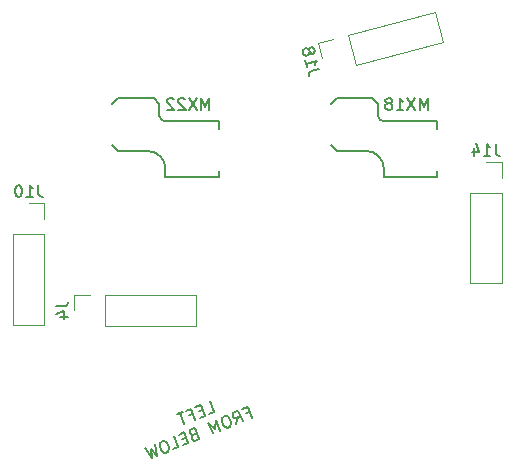
<source format=gbr>
G04 #@! TF.GenerationSoftware,KiCad,Pcbnew,(5.1.4)-1*
G04 #@! TF.CreationDate,2023-01-08T18:49:22-05:00*
G04 #@! TF.ProjectId,ThumbsUp,5468756d-6273-4557-902e-6b696361645f,rev?*
G04 #@! TF.SameCoordinates,Original*
G04 #@! TF.FileFunction,Legend,Bot*
G04 #@! TF.FilePolarity,Positive*
%FSLAX46Y46*%
G04 Gerber Fmt 4.6, Leading zero omitted, Abs format (unit mm)*
G04 Created by KiCad (PCBNEW (5.1.4)-1) date 2023-01-08 18:49:22*
%MOMM*%
%LPD*%
G04 APERTURE LIST*
%ADD10C,0.150000*%
%ADD11C,0.120000*%
G04 APERTURE END LIST*
D10*
X106206513Y-375673139D02*
X106648029Y-375494755D01*
X106273422Y-374567571D01*
X105701229Y-375312340D02*
X105392167Y-375437209D01*
X105455935Y-375976392D02*
X105897451Y-375798008D01*
X105522845Y-374870824D01*
X105081329Y-375049208D01*
X104553287Y-375776139D02*
X104862348Y-375651270D01*
X105058571Y-376136938D02*
X104683964Y-375209754D01*
X104242448Y-375388138D01*
X104021690Y-375477330D02*
X103491870Y-375691391D01*
X104131387Y-376511545D02*
X103756780Y-375584361D01*
X109365791Y-375611343D02*
X109674852Y-375486474D01*
X109871075Y-375972142D02*
X109496468Y-375044958D01*
X109054952Y-375223342D01*
X108546526Y-376507294D02*
X108677204Y-375940909D01*
X109076346Y-376293233D02*
X108701739Y-375366050D01*
X108348526Y-375508757D01*
X108278061Y-375588585D01*
X108251748Y-375650575D01*
X108243273Y-375756717D01*
X108296789Y-375889172D01*
X108376617Y-375959637D01*
X108438607Y-375985950D01*
X108544749Y-375994425D01*
X108897962Y-375851717D01*
X107597949Y-375812010D02*
X107421342Y-375883364D01*
X107350878Y-375963192D01*
X107298251Y-376087172D01*
X107325453Y-376281617D01*
X107450322Y-376590678D01*
X107565827Y-376749446D01*
X107689807Y-376802073D01*
X107795949Y-376810547D01*
X107972555Y-376739194D01*
X108043020Y-376659365D01*
X108095647Y-376535385D01*
X108068445Y-376340940D01*
X107943576Y-376031879D01*
X107828071Y-375873111D01*
X107704090Y-375820485D01*
X107597949Y-375812010D01*
X107177826Y-377060285D02*
X106803220Y-376133101D01*
X106761735Y-376920244D01*
X106185097Y-376382839D01*
X106559704Y-377310023D01*
X104906478Y-377413023D02*
X104791862Y-377510689D01*
X104765549Y-377572679D01*
X104757074Y-377678821D01*
X104810589Y-377811276D01*
X104890417Y-377881741D01*
X104952407Y-377908054D01*
X105058549Y-377916529D01*
X105411762Y-377773821D01*
X105037155Y-376846638D01*
X104728094Y-376971506D01*
X104657629Y-377051335D01*
X104631316Y-377113325D01*
X104622841Y-377219467D01*
X104658518Y-377307770D01*
X104738346Y-377378235D01*
X104800337Y-377404548D01*
X104906478Y-377413023D01*
X105215539Y-377288154D01*
X104288356Y-377662760D02*
X103979294Y-377787629D01*
X104043062Y-378326812D02*
X104484578Y-378148428D01*
X104109971Y-377221244D01*
X103668455Y-377399628D01*
X103204181Y-378665742D02*
X103645697Y-378487358D01*
X103271091Y-377560174D01*
X102343907Y-377934781D02*
X102167301Y-378006134D01*
X102096836Y-378085963D01*
X102044209Y-378209943D01*
X102071411Y-378404388D01*
X102196280Y-378713449D01*
X102311785Y-378872217D01*
X102435766Y-378924843D01*
X102541907Y-378933318D01*
X102718514Y-378861964D01*
X102788978Y-378782136D01*
X102841605Y-378658156D01*
X102814403Y-378463711D01*
X102689534Y-378154650D01*
X102574029Y-377995882D01*
X102450049Y-377943255D01*
X102343907Y-377934781D01*
X101637481Y-378220195D02*
X101791330Y-379236571D01*
X101347147Y-378645650D01*
X101438117Y-379379278D01*
X100842752Y-378541286D01*
D11*
X115457870Y-344250139D02*
X115802100Y-345534820D01*
X116742552Y-343905910D02*
X115457870Y-344250139D01*
X117969277Y-343577209D02*
X118657736Y-346146572D01*
X118657736Y-346146572D02*
X126076046Y-344158842D01*
X117969277Y-343577209D02*
X125387588Y-341589479D01*
X125387588Y-341589479D02*
X126076046Y-344158842D01*
X92293380Y-357827892D02*
X90963380Y-357827892D01*
X92293380Y-359157892D02*
X92293380Y-357827892D01*
X92293380Y-360427892D02*
X89633380Y-360427892D01*
X89633380Y-360427892D02*
X89633380Y-368107892D01*
X92293380Y-360427892D02*
X92293380Y-368107892D01*
X92293380Y-368107892D02*
X89633380Y-368107892D01*
D10*
X102536046Y-354890061D02*
X102536046Y-355590061D01*
X102536046Y-355590061D02*
X107036046Y-355590061D01*
X101036046Y-353390061D02*
G75*
G02X102536046Y-354890061I0J-1500000D01*
G01*
X101536046Y-348890061D02*
X102036046Y-349390061D01*
X102036046Y-350390061D02*
X102036046Y-349390061D01*
X107036046Y-350890061D02*
X102536046Y-350890061D01*
X98036046Y-352890061D02*
X98536046Y-353390061D01*
X107036046Y-351490061D02*
X107036046Y-350890061D01*
X98536046Y-353390061D02*
X101036046Y-353390061D01*
X98036046Y-349390061D02*
X98536046Y-348890061D01*
X98536046Y-348890061D02*
X101536046Y-348890061D01*
X102536046Y-350890061D02*
G75*
G02X102036046Y-350390061I0J500000D01*
G01*
X107036046Y-355590061D02*
X107036046Y-355090061D01*
X121036045Y-354890061D02*
X121036045Y-355590061D01*
X121036045Y-355590061D02*
X125536045Y-355590061D01*
X119536045Y-353390061D02*
G75*
G02X121036045Y-354890061I0J-1500000D01*
G01*
X120036045Y-348890061D02*
X120536045Y-349390061D01*
X120536045Y-350390061D02*
X120536045Y-349390061D01*
X125536045Y-350890061D02*
X121036045Y-350890061D01*
X116536045Y-352890061D02*
X117036045Y-353390061D01*
X125536045Y-351490061D02*
X125536045Y-350890061D01*
X117036045Y-353390061D02*
X119536045Y-353390061D01*
X116536045Y-349390061D02*
X117036045Y-348890061D01*
X117036045Y-348890061D02*
X120036045Y-348890061D01*
X121036045Y-350890061D02*
G75*
G02X120536045Y-350390061I0J500000D01*
G01*
X125536045Y-355590061D02*
X125536045Y-355090061D01*
D11*
X131011859Y-354328713D02*
X129681859Y-354328713D01*
X131011859Y-355658713D02*
X131011859Y-354328713D01*
X131011859Y-356928713D02*
X128351859Y-356928713D01*
X128351859Y-356928713D02*
X128351859Y-364608713D01*
X131011859Y-356928713D02*
X131011859Y-364608713D01*
X131011859Y-364608713D02*
X128351859Y-364608713D01*
X94840670Y-365544574D02*
X94840670Y-366874574D01*
X96170670Y-365544574D02*
X94840670Y-365544574D01*
X97440670Y-365544574D02*
X97440670Y-368204574D01*
X97440670Y-368204574D02*
X105120670Y-368204574D01*
X97440670Y-365544574D02*
X105120670Y-365544574D01*
X105120670Y-365544574D02*
X105120670Y-368204574D01*
D10*
X115574653Y-346433844D02*
X114884706Y-346618715D01*
X114759041Y-346701686D01*
X114691698Y-346818328D01*
X114682676Y-346968642D01*
X114707325Y-347060635D01*
X114349908Y-345726737D02*
X114497805Y-346278695D01*
X114423856Y-346002716D02*
X115389782Y-345743897D01*
X115276442Y-345872864D01*
X115209099Y-345989507D01*
X115187752Y-346093824D01*
X114753969Y-345026883D02*
X114824615Y-345106551D01*
X114882936Y-345140223D01*
X114987254Y-345161570D01*
X115033250Y-345149246D01*
X115112919Y-345078600D01*
X115146590Y-345020278D01*
X115167937Y-344915961D01*
X115118639Y-344731975D01*
X115047993Y-344652307D01*
X114989671Y-344618635D01*
X114885354Y-344597288D01*
X114839357Y-344609613D01*
X114759689Y-344680259D01*
X114726017Y-344738580D01*
X114704670Y-344842897D01*
X114753969Y-345026883D01*
X114732622Y-345131201D01*
X114698950Y-345189522D01*
X114619282Y-345260168D01*
X114435296Y-345309467D01*
X114330979Y-345288120D01*
X114272657Y-345254448D01*
X114202012Y-345174780D01*
X114152713Y-344990794D01*
X114174060Y-344886476D01*
X114207732Y-344828155D01*
X114287400Y-344757509D01*
X114471386Y-344708210D01*
X114575703Y-344729557D01*
X114634024Y-344763229D01*
X114704670Y-344842897D01*
X91772903Y-356280272D02*
X91772903Y-356994558D01*
X91820522Y-357137415D01*
X91915760Y-357232653D01*
X92058618Y-357280272D01*
X92153856Y-357280272D01*
X90772903Y-357280272D02*
X91344332Y-357280272D01*
X91058618Y-357280272D02*
X91058618Y-356280272D01*
X91153856Y-356423130D01*
X91249094Y-356518368D01*
X91344332Y-356565987D01*
X90153856Y-356280272D02*
X90058618Y-356280272D01*
X89963380Y-356327892D01*
X89915760Y-356375511D01*
X89868141Y-356470749D01*
X89820522Y-356661225D01*
X89820522Y-356899320D01*
X89868141Y-357089796D01*
X89915760Y-357185034D01*
X89963380Y-357232653D01*
X90058618Y-357280272D01*
X90153856Y-357280272D01*
X90249094Y-357232653D01*
X90296713Y-357185034D01*
X90344332Y-357089796D01*
X90391951Y-356899320D01*
X90391951Y-356661225D01*
X90344332Y-356470749D01*
X90296713Y-356375511D01*
X90249094Y-356327892D01*
X90153856Y-356280272D01*
X106242950Y-349922441D02*
X106242950Y-348922441D01*
X105909617Y-349636727D01*
X105576284Y-348922441D01*
X105576284Y-349922441D01*
X105195331Y-348922441D02*
X104528665Y-349922441D01*
X104528665Y-348922441D02*
X105195331Y-349922441D01*
X104195331Y-349017680D02*
X104147712Y-348970061D01*
X104052474Y-348922441D01*
X103814379Y-348922441D01*
X103719141Y-348970061D01*
X103671522Y-349017680D01*
X103623903Y-349112918D01*
X103623903Y-349208156D01*
X103671522Y-349351013D01*
X104242950Y-349922441D01*
X103623903Y-349922441D01*
X103242950Y-349017680D02*
X103195331Y-348970061D01*
X103100093Y-348922441D01*
X102861998Y-348922441D01*
X102766760Y-348970061D01*
X102719141Y-349017680D01*
X102671522Y-349112918D01*
X102671522Y-349208156D01*
X102719141Y-349351013D01*
X103290569Y-349922441D01*
X102671522Y-349922441D01*
X124742949Y-349922441D02*
X124742949Y-348922441D01*
X124409616Y-349636727D01*
X124076283Y-348922441D01*
X124076283Y-349922441D01*
X123695330Y-348922441D02*
X123028664Y-349922441D01*
X123028664Y-348922441D02*
X123695330Y-349922441D01*
X122123902Y-349922441D02*
X122695330Y-349922441D01*
X122409616Y-349922441D02*
X122409616Y-348922441D01*
X122504854Y-349065299D01*
X122600092Y-349160537D01*
X122695330Y-349208156D01*
X121552473Y-349351013D02*
X121647711Y-349303394D01*
X121695330Y-349255775D01*
X121742949Y-349160537D01*
X121742949Y-349112918D01*
X121695330Y-349017680D01*
X121647711Y-348970061D01*
X121552473Y-348922441D01*
X121361997Y-348922441D01*
X121266759Y-348970061D01*
X121219140Y-349017680D01*
X121171521Y-349112918D01*
X121171521Y-349160537D01*
X121219140Y-349255775D01*
X121266759Y-349303394D01*
X121361997Y-349351013D01*
X121552473Y-349351013D01*
X121647711Y-349398632D01*
X121695330Y-349446251D01*
X121742949Y-349541489D01*
X121742949Y-349731965D01*
X121695330Y-349827203D01*
X121647711Y-349874822D01*
X121552473Y-349922441D01*
X121361997Y-349922441D01*
X121266759Y-349874822D01*
X121219140Y-349827203D01*
X121171521Y-349731965D01*
X121171521Y-349541489D01*
X121219140Y-349446251D01*
X121266759Y-349398632D01*
X121361997Y-349351013D01*
X130491382Y-352781093D02*
X130491382Y-353495379D01*
X130539001Y-353638236D01*
X130634239Y-353733474D01*
X130777097Y-353781093D01*
X130872335Y-353781093D01*
X129491382Y-353781093D02*
X130062811Y-353781093D01*
X129777097Y-353781093D02*
X129777097Y-352781093D01*
X129872335Y-352923951D01*
X129967573Y-353019189D01*
X130062811Y-353066808D01*
X128634239Y-353114427D02*
X128634239Y-353781093D01*
X128872335Y-352733474D02*
X129110430Y-353447760D01*
X128491382Y-353447760D01*
X93293050Y-366541240D02*
X94007336Y-366541240D01*
X94150193Y-366493621D01*
X94245431Y-366398383D01*
X94293050Y-366255526D01*
X94293050Y-366160288D01*
X93626384Y-367446002D02*
X94293050Y-367446002D01*
X93245431Y-367207907D02*
X93959717Y-366969812D01*
X93959717Y-367588859D01*
M02*

</source>
